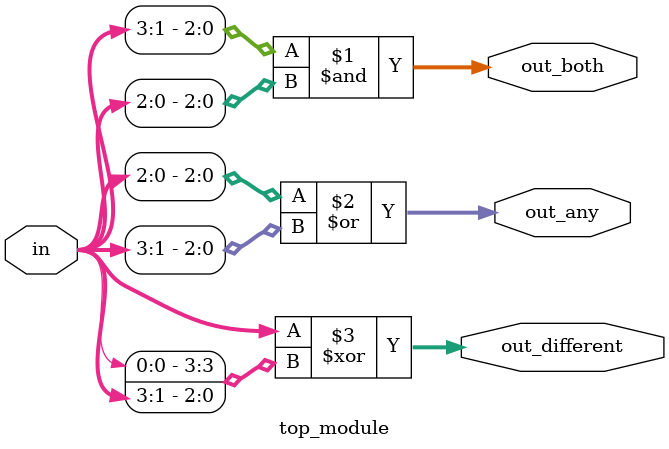
<source format=v>
module top_module( 
    input [3:0] in,
    output [2:0] out_both,
    output [3:1] out_any,
    output [3:0] out_different );

    assign out_both[2:0] = in[3:1] & in[2:0];
    assign out_any[3:1] = in[2:0] | in[3:1];
    assign out_different[3:0] = in[3:0] ^ {in[0], in[3:1]};
        
endmodule

</source>
